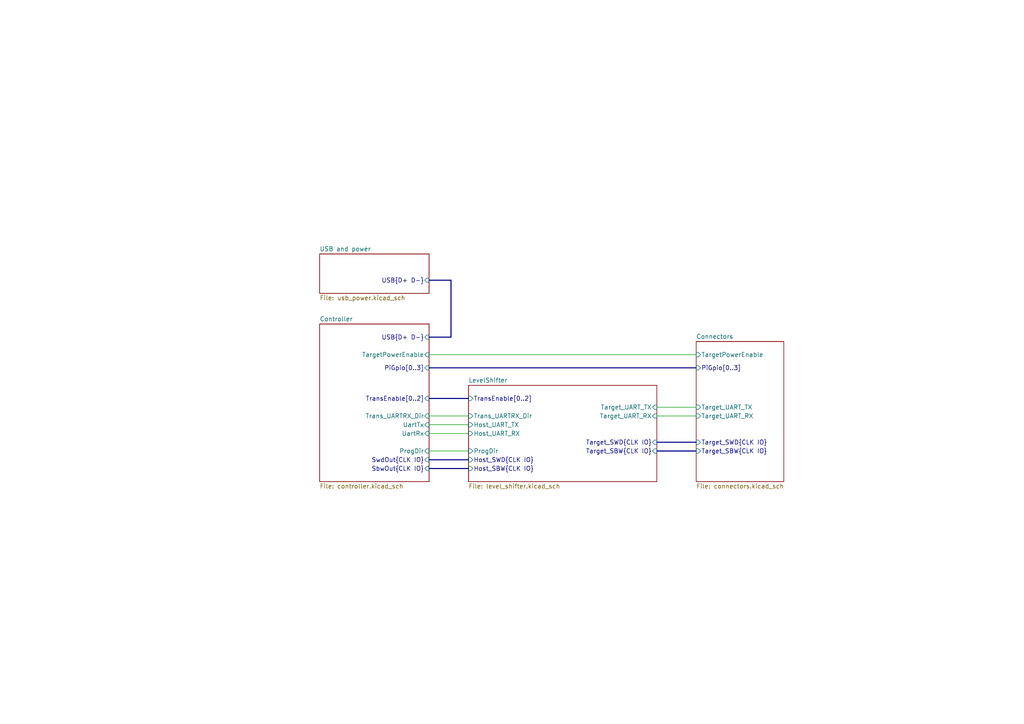
<source format=kicad_sch>
(kicad_sch
	(version 20231120)
	(generator "eeschema")
	(generator_version "8.0")
	(uuid "e235c9a3-080d-42b7-93df-883e69095a9f")
	(paper "A4")
	(lib_symbols)
	(bus
		(pts
			(xy 124.46 81.28) (xy 130.81 81.28)
		)
		(stroke
			(width 0)
			(type default)
		)
		(uuid "08aa09fb-b90d-455c-af7f-10a1b2b62f1b")
	)
	(wire
		(pts
			(xy 124.46 123.19) (xy 135.89 123.19)
		)
		(stroke
			(width 0)
			(type default)
		)
		(uuid "15f58da7-5a5b-4126-83c1-a482e8480979")
	)
	(bus
		(pts
			(xy 130.81 81.28) (xy 130.81 97.79)
		)
		(stroke
			(width 0)
			(type default)
		)
		(uuid "2dad495d-3243-4dac-a3ca-05d1bb9a2de0")
	)
	(wire
		(pts
			(xy 190.5 118.11) (xy 201.93 118.11)
		)
		(stroke
			(width 0)
			(type default)
		)
		(uuid "31f6c1b7-eab1-4895-a313-ac4e40b4c9c4")
	)
	(bus
		(pts
			(xy 124.46 106.68) (xy 201.93 106.68)
		)
		(stroke
			(width 0)
			(type default)
		)
		(uuid "3ac9d8b7-11dd-491c-a69e-82fd58baadb4")
	)
	(wire
		(pts
			(xy 124.46 102.87) (xy 201.93 102.87)
		)
		(stroke
			(width 0)
			(type default)
		)
		(uuid "4b02552b-ef4e-49cd-86ed-3ef2630b12c9")
	)
	(wire
		(pts
			(xy 190.5 120.65) (xy 201.93 120.65)
		)
		(stroke
			(width 0)
			(type default)
		)
		(uuid "651535e5-bd94-4ec9-9352-cfd6b0e1cb49")
	)
	(bus
		(pts
			(xy 124.46 135.89) (xy 135.89 135.89)
		)
		(stroke
			(width 0)
			(type default)
		)
		(uuid "6dd10c8f-92f0-4f1a-8c47-04c5fe0f381f")
	)
	(wire
		(pts
			(xy 124.46 120.65) (xy 135.89 120.65)
		)
		(stroke
			(width 0)
			(type default)
		)
		(uuid "6e27da7c-9d82-430c-9f7c-31db9adc9b28")
	)
	(bus
		(pts
			(xy 190.5 128.27) (xy 201.93 128.27)
		)
		(stroke
			(width 0)
			(type default)
		)
		(uuid "721bd72c-8384-4cb1-a4d0-a138bf211509")
	)
	(wire
		(pts
			(xy 124.46 130.81) (xy 135.89 130.81)
		)
		(stroke
			(width 0)
			(type default)
		)
		(uuid "80f88582-ad1b-4877-97f7-198b81776bcb")
	)
	(bus
		(pts
			(xy 130.81 97.79) (xy 124.46 97.79)
		)
		(stroke
			(width 0)
			(type default)
		)
		(uuid "90be162d-a650-4195-b689-33a72df8ac8b")
	)
	(bus
		(pts
			(xy 124.46 115.57) (xy 135.89 115.57)
		)
		(stroke
			(width 0)
			(type default)
		)
		(uuid "a72c3230-0ffe-49cc-ae8f-7412c7207c8f")
	)
	(bus
		(pts
			(xy 124.46 133.35) (xy 135.89 133.35)
		)
		(stroke
			(width 0)
			(type default)
		)
		(uuid "b9dc43e0-e994-4e9a-9b2a-b6dcd218bf9a")
	)
	(bus
		(pts
			(xy 190.5 130.81) (xy 201.93 130.81)
		)
		(stroke
			(width 0)
			(type default)
		)
		(uuid "bbc35570-77c5-4e6b-a7db-cb9dff702483")
	)
	(wire
		(pts
			(xy 124.46 125.73) (xy 135.89 125.73)
		)
		(stroke
			(width 0)
			(type default)
		)
		(uuid "f83c963e-ddce-4d20-8b76-cefaf8d3fe68")
	)
	(sheet
		(at 92.71 93.98)
		(size 31.75 45.72)
		(fields_autoplaced yes)
		(stroke
			(width 0.1524)
			(type solid)
		)
		(fill
			(color 0 0 0 0.0000)
		)
		(uuid "18809e2e-ebce-4ed3-a8da-870def2a1f06")
		(property "Sheetname" "Controller"
			(at 92.71 93.2684 0)
			(effects
				(font
					(size 1.27 1.27)
				)
				(justify left bottom)
			)
		)
		(property "Sheetfile" "controller.kicad_sch"
			(at 92.71 140.2846 0)
			(effects
				(font
					(size 1.27 1.27)
				)
				(justify left top)
			)
		)
		(pin "USB{D+ D-}" input
			(at 124.46 97.79 0)
			(effects
				(font
					(size 1.27 1.27)
				)
				(justify right)
			)
			(uuid "fbc04c79-8054-46b6-bc4a-64c515d1b969")
		)
		(pin "UartRx" input
			(at 124.46 125.73 0)
			(effects
				(font
					(size 1.27 1.27)
				)
				(justify right)
			)
			(uuid "72af2941-d59d-4cb8-a235-51588e96b0a2")
		)
		(pin "TargetPowerEnable" input
			(at 124.46 102.87 0)
			(effects
				(font
					(size 1.27 1.27)
				)
				(justify right)
			)
			(uuid "b4731082-73be-409c-9f08-73472340e915")
		)
		(pin "UartTx" input
			(at 124.46 123.19 0)
			(effects
				(font
					(size 1.27 1.27)
				)
				(justify right)
			)
			(uuid "396418d2-97cd-4e50-9e28-2c64dd3baf9d")
		)
		(pin "Trans_UARTRX_Dir" input
			(at 124.46 120.65 0)
			(effects
				(font
					(size 1.27 1.27)
				)
				(justify right)
			)
			(uuid "f4bccaaa-9a36-4702-ac8b-75486be69f27")
		)
		(pin "SwdOut{CLK IO}" input
			(at 124.46 133.35 0)
			(effects
				(font
					(size 1.27 1.27)
				)
				(justify right)
			)
			(uuid "0ce1eab6-e69c-4763-8b15-ddbce9e73964")
		)
		(pin "SbwOut{CLK IO}" input
			(at 124.46 135.89 0)
			(effects
				(font
					(size 1.27 1.27)
				)
				(justify right)
			)
			(uuid "27a6f63f-486f-4491-9d26-ed77864acfd6")
		)
		(pin "TransEnable[0..2]" input
			(at 124.46 115.57 0)
			(effects
				(font
					(size 1.27 1.27)
				)
				(justify right)
			)
			(uuid "4c7057e3-7dc5-4a62-801e-4c2e00af9597")
		)
		(pin "ProgDir" input
			(at 124.46 130.81 0)
			(effects
				(font
					(size 1.27 1.27)
				)
				(justify right)
			)
			(uuid "e228e876-a758-4b16-b1bc-f9bfcfde5aa3")
		)
		(pin "PiGpio[0..3]" input
			(at 124.46 106.68 0)
			(effects
				(font
					(size 1.27 1.27)
				)
				(justify right)
			)
			(uuid "0abab752-2296-4227-a366-c27facf8a61f")
		)
		(instances
			(project "voltix-probe"
				(path "/e235c9a3-080d-42b7-93df-883e69095a9f"
					(page "2")
				)
			)
		)
	)
	(sheet
		(at 135.89 111.76)
		(size 54.61 27.94)
		(fields_autoplaced yes)
		(stroke
			(width 0.1524)
			(type solid)
		)
		(fill
			(color 0 0 0 0.0000)
		)
		(uuid "b3221ac8-3cdb-488c-af34-73439eb346a0")
		(property "Sheetname" "LevelShifter"
			(at 135.89 111.0484 0)
			(effects
				(font
					(size 1.27 1.27)
				)
				(justify left bottom)
			)
		)
		(property "Sheetfile" "level_shifter.kicad_sch"
			(at 135.89 140.2846 0)
			(effects
				(font
					(size 1.27 1.27)
				)
				(justify left top)
			)
		)
		(pin "Target_UART_TX" input
			(at 190.5 118.11 0)
			(effects
				(font
					(size 1.27 1.27)
				)
				(justify right)
			)
			(uuid "157c841c-3ca7-42a5-aaa5-00ee11bad37b")
		)
		(pin "Host_UART_RX" input
			(at 135.89 125.73 180)
			(effects
				(font
					(size 1.27 1.27)
				)
				(justify left)
			)
			(uuid "54f8ef26-3d59-4bf3-bb62-e9035a9cfa22")
		)
		(pin "Target_SBW{CLK IO}" input
			(at 190.5 130.81 0)
			(effects
				(font
					(size 1.27 1.27)
				)
				(justify right)
			)
			(uuid "84246aaf-0981-4a9f-b8d4-b904101e7efb")
		)
		(pin "Target_SWD{CLK IO}" input
			(at 190.5 128.27 0)
			(effects
				(font
					(size 1.27 1.27)
				)
				(justify right)
			)
			(uuid "8c83f0da-0ac2-4445-8839-3117d0eaadc1")
		)
		(pin "Host_SBW{CLK IO}" input
			(at 135.89 135.89 180)
			(effects
				(font
					(size 1.27 1.27)
				)
				(justify left)
			)
			(uuid "1558130c-38ec-4bf8-9129-41aec73b9057")
		)
		(pin "Host_SWD{CLK IO}" input
			(at 135.89 133.35 180)
			(effects
				(font
					(size 1.27 1.27)
				)
				(justify left)
			)
			(uuid "ac6a32a5-9cc5-410c-b511-d55ea0bea5d7")
		)
		(pin "ProgDir" input
			(at 135.89 130.81 180)
			(effects
				(font
					(size 1.27 1.27)
				)
				(justify left)
			)
			(uuid "1fbe2314-f00a-4f6f-8a9d-97a8ac06e5d7")
		)
		(pin "Target_UART_RX" input
			(at 190.5 120.65 0)
			(effects
				(font
					(size 1.27 1.27)
				)
				(justify right)
			)
			(uuid "9e3e4554-2fb4-4bf6-8603-f57a9228d3ab")
		)
		(pin "Trans_UARTRX_Dir" input
			(at 135.89 120.65 180)
			(effects
				(font
					(size 1.27 1.27)
				)
				(justify left)
			)
			(uuid "eb4b9c2a-6ba1-45c5-8390-2d8fa8486324")
		)
		(pin "Host_UART_TX" input
			(at 135.89 123.19 180)
			(effects
				(font
					(size 1.27 1.27)
				)
				(justify left)
			)
			(uuid "e173e5fb-a7e5-4ac0-b2d8-4c0689b5cd12")
		)
		(pin "TransEnable[0..2]" input
			(at 135.89 115.57 180)
			(effects
				(font
					(size 1.27 1.27)
				)
				(justify left)
			)
			(uuid "4a1a9407-a6db-4a46-9934-b2e7f5dd2f5d")
		)
		(instances
			(project "voltix-probe"
				(path "/e235c9a3-080d-42b7-93df-883e69095a9f"
					(page "3")
				)
			)
		)
	)
	(sheet
		(at 201.93 99.06)
		(size 25.4 40.64)
		(fields_autoplaced yes)
		(stroke
			(width 0.1524)
			(type solid)
		)
		(fill
			(color 0 0 0 0.0000)
		)
		(uuid "bacd2203-e1eb-4755-a3cf-60112bdb806f")
		(property "Sheetname" "Connectors"
			(at 201.93 98.3484 0)
			(effects
				(font
					(size 1.27 1.27)
				)
				(justify left bottom)
			)
		)
		(property "Sheetfile" "connectors.kicad_sch"
			(at 201.93 140.2846 0)
			(effects
				(font
					(size 1.27 1.27)
				)
				(justify left top)
			)
		)
		(pin "Target_SBW{CLK IO}" input
			(at 201.93 130.81 180)
			(effects
				(font
					(size 1.27 1.27)
				)
				(justify left)
			)
			(uuid "63f3b2bf-2e82-49d2-b073-a30ac29a7c53")
		)
		(pin "Target_SWD{CLK IO}" input
			(at 201.93 128.27 180)
			(effects
				(font
					(size 1.27 1.27)
				)
				(justify left)
			)
			(uuid "e1a47c3e-7a55-4e81-b4c6-74d5ae77ac69")
		)
		(pin "Target_UART_TX" input
			(at 201.93 118.11 180)
			(effects
				(font
					(size 1.27 1.27)
				)
				(justify left)
			)
			(uuid "ae9d4b64-e512-41d7-997c-b3ee4df671ee")
		)
		(pin "Target_UART_RX" input
			(at 201.93 120.65 180)
			(effects
				(font
					(size 1.27 1.27)
				)
				(justify left)
			)
			(uuid "bbb4b47f-48db-49d1-8038-a818f9d8e579")
		)
		(pin "TargetPowerEnable" input
			(at 201.93 102.87 180)
			(effects
				(font
					(size 1.27 1.27)
				)
				(justify left)
			)
			(uuid "38617716-8ff9-4a40-affc-ed11907c1de1")
		)
		(pin "PiGpio[0..3]" input
			(at 201.93 106.68 180)
			(effects
				(font
					(size 1.27 1.27)
				)
				(justify left)
			)
			(uuid "8a4442df-2e10-44bb-870c-51e004c6d16d")
		)
		(instances
			(project "voltix-probe"
				(path "/e235c9a3-080d-42b7-93df-883e69095a9f"
					(page "5")
				)
			)
		)
	)
	(sheet
		(at 92.71 73.66)
		(size 31.75 11.43)
		(fields_autoplaced yes)
		(stroke
			(width 0.1524)
			(type solid)
		)
		(fill
			(color 0 0 0 0.0000)
		)
		(uuid "f12ec016-e798-4082-9926-8503372195ab")
		(property "Sheetname" "USB and power"
			(at 92.71 72.9484 0)
			(effects
				(font
					(size 1.27 1.27)
				)
				(justify left bottom)
			)
		)
		(property "Sheetfile" "usb_power.kicad_sch"
			(at 92.71 85.6746 0)
			(effects
				(font
					(size 1.27 1.27)
				)
				(justify left top)
			)
		)
		(pin "USB{D+ D-}" input
			(at 124.46 81.28 0)
			(effects
				(font
					(size 1.27 1.27)
				)
				(justify right)
			)
			(uuid "401ea1a6-0c42-4eb8-9f94-fff9f1743512")
		)
		(instances
			(project "voltix-probe"
				(path "/e235c9a3-080d-42b7-93df-883e69095a9f"
					(page "4")
				)
			)
		)
	)
	(sheet_instances
		(path "/"
			(page "1")
		)
	)
)
</source>
